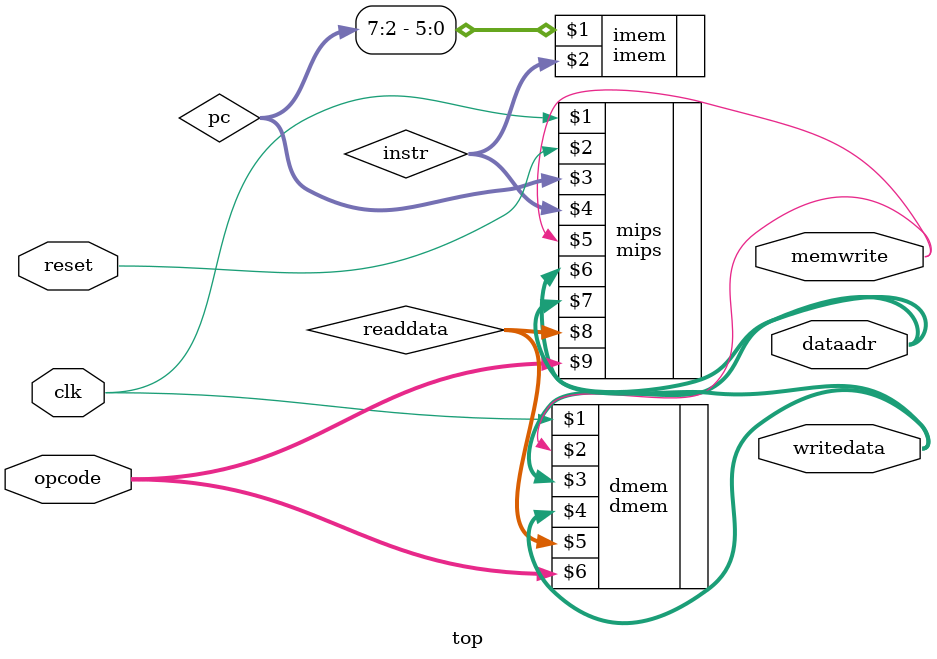
<source format=sv>
`timescale 1ns / 1ps
module top(input  logic        clk, reset, 
           output logic [31:0] writedata, dataadr, 
           output logic        memwrite,
           input logic [5:0] opcode);//sb

  logic [31:0] pc, instr, readdata;
  
  // instantiate processor and memories
  mips mips(clk, reset, pc, instr, memwrite, dataadr, 
            writedata, readdata, opcode);//sb
  imem imem(pc[7:2], instr);
  dmem dmem(clk, memwrite, dataadr, writedata, readdata, opcode);//sb
endmodule
</source>
